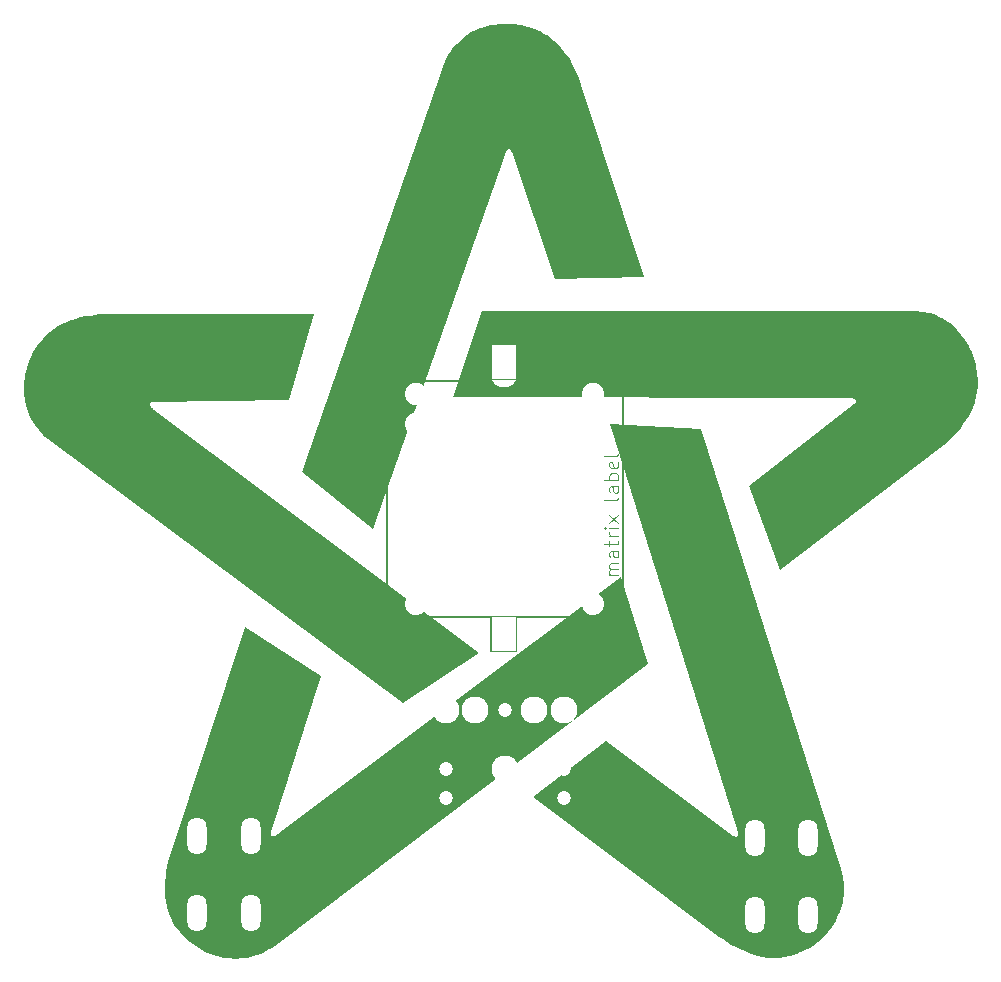
<source format=gto>
G04 #@! TF.GenerationSoftware,KiCad,Pcbnew,9.0.0*
G04 #@! TF.CreationDate,2025-03-28T10:35:15+01:00*
G04 #@! TF.ProjectId,Blinkenstar,426c696e-6b65-46e7-9374-61722e6b6963,rev?*
G04 #@! TF.SameCoordinates,Original*
G04 #@! TF.FileFunction,Legend,Top*
G04 #@! TF.FilePolarity,Positive*
%FSLAX46Y46*%
G04 Gerber Fmt 4.6, Leading zero omitted, Abs format (unit mm)*
G04 Created by KiCad (PCBNEW 9.0.0) date 2025-03-28 10:35:15*
%MOMM*%
%LPD*%
G01*
G04 APERTURE LIST*
G04 Aperture macros list*
%AMRoundRect*
0 Rectangle with rounded corners*
0 $1 Rounding radius*
0 $2 $3 $4 $5 $6 $7 $8 $9 X,Y pos of 4 corners*
0 Add a 4 corners polygon primitive as box body*
4,1,4,$2,$3,$4,$5,$6,$7,$8,$9,$2,$3,0*
0 Add four circle primitives for the rounded corners*
1,1,$1+$1,$2,$3*
1,1,$1+$1,$4,$5*
1,1,$1+$1,$6,$7*
1,1,$1+$1,$8,$9*
0 Add four rect primitives between the rounded corners*
20,1,$1+$1,$2,$3,$4,$5,0*
20,1,$1+$1,$4,$5,$6,$7,0*
20,1,$1+$1,$6,$7,$8,$9,0*
20,1,$1+$1,$8,$9,$2,$3,0*%
G04 Aperture macros list end*
%ADD10C,0.406400*%
%ADD11C,0.000000*%
%ADD12C,0.254000*%
%ADD13C,0.101600*%
%ADD14C,0.127000*%
%ADD15C,0.182880*%
%ADD16C,1.879600*%
%ADD17C,2.286000*%
%ADD18RoundRect,0.050800X1.092200X1.500000X-1.092200X1.500000X-1.092200X-1.500000X1.092200X-1.500000X0*%
%ADD19RoundRect,0.050800X-1.092200X-1.500000X1.092200X-1.500000X1.092200X1.500000X-1.092200X1.500000X0*%
%ADD20O,1.625600X3.149600*%
%ADD21C,1.727200*%
%ADD22C,1.200000*%
G04 APERTURE END LIST*
D10*
X107262219Y-105461300D02*
X105857600Y-105461300D01*
X105857600Y-105461300D02*
X106129379Y-105171740D01*
X123846505Y-104577381D02*
G75*
G02*
X123322013Y-104577381I-262246J0D01*
G01*
X123322013Y-104577381D02*
G75*
G02*
X123846505Y-104577381I262246J0D01*
G01*
X121592900Y-105562900D02*
X121592900Y-105288581D01*
X122774000Y-104935518D02*
X122774000Y-105537500D01*
X121643700Y-105562900D02*
X121592900Y-105562900D01*
D11*
G36*
X115065124Y-49212576D02*
G01*
X115211557Y-49217881D01*
X115358485Y-49226474D01*
X115505848Y-49238381D01*
X115653588Y-49253624D01*
X115801647Y-49272229D01*
X115949966Y-49294219D01*
X116098487Y-49319618D01*
X116247152Y-49348449D01*
X116395902Y-49380737D01*
X116544679Y-49416507D01*
X116693424Y-49455780D01*
X116842080Y-49498583D01*
X116990587Y-49544938D01*
X117138888Y-49594870D01*
X117353712Y-49674663D01*
X117561550Y-49761374D01*
X117762551Y-49854767D01*
X117956864Y-49954602D01*
X118144638Y-50060643D01*
X118326022Y-50172651D01*
X118501166Y-50290389D01*
X118670219Y-50413620D01*
X118990648Y-50675606D01*
X119288503Y-50956707D01*
X119564976Y-51255023D01*
X119821261Y-51568650D01*
X120058552Y-51895688D01*
X120278042Y-52234233D01*
X120480925Y-52582385D01*
X120668393Y-52938241D01*
X120841642Y-53299900D01*
X121001863Y-53665459D01*
X121150250Y-54033017D01*
X121287997Y-54400672D01*
X126568710Y-70659117D01*
X119021676Y-70791301D01*
X115371151Y-60035166D01*
X115358880Y-60009610D01*
X115344017Y-59982494D01*
X115323758Y-59950111D01*
X115298422Y-59915680D01*
X115268324Y-59882421D01*
X115233784Y-59853553D01*
X115214946Y-59841771D01*
X115195117Y-59832295D01*
X115174335Y-59825525D01*
X115152641Y-59821866D01*
X115130074Y-59821718D01*
X115106673Y-59825485D01*
X115082480Y-59833568D01*
X115057532Y-59846371D01*
X115031870Y-59864296D01*
X115005533Y-59887745D01*
X114978561Y-59917120D01*
X114950995Y-59952823D01*
X114922872Y-59995259D01*
X114894234Y-60044827D01*
X114865119Y-60101932D01*
X114835568Y-60166975D01*
X114805619Y-60240359D01*
X114775314Y-60322486D01*
X103627572Y-91973466D01*
X97592599Y-87198979D01*
X109668234Y-52616288D01*
X109740083Y-52423781D01*
X109819567Y-52236026D01*
X110000648Y-51875097D01*
X110209895Y-51534143D01*
X110445728Y-51213805D01*
X110706566Y-50914728D01*
X110990828Y-50637553D01*
X111296933Y-50382922D01*
X111623300Y-50151478D01*
X111968348Y-49943863D01*
X112330497Y-49760720D01*
X112708165Y-49602691D01*
X113099772Y-49470418D01*
X113503737Y-49364545D01*
X113918479Y-49285712D01*
X114342417Y-49234564D01*
X114773971Y-49211741D01*
X114773971Y-49211740D01*
X114919242Y-49210537D01*
X115065124Y-49212576D01*
G37*
D10*
X121242381Y-105613700D02*
X121242381Y-104935518D01*
D12*
X117219034Y-78260440D02*
G75*
G02*
X116807528Y-78260440I-205753J0D01*
G01*
X116807528Y-78260440D02*
G75*
G02*
X117219034Y-78260440I205753J0D01*
G01*
D10*
X106129379Y-105171740D02*
X106642460Y-105212381D01*
X122774000Y-105537500D02*
X121643700Y-105537500D01*
D11*
G36*
X149797210Y-73557260D02*
G01*
X150067043Y-73580659D01*
X150332954Y-73619193D01*
X150594609Y-73672479D01*
X150851674Y-73740138D01*
X151103815Y-73821789D01*
X151350698Y-73917050D01*
X151591989Y-74025540D01*
X151827354Y-74146880D01*
X152056460Y-74280687D01*
X152278973Y-74426582D01*
X152494557Y-74584182D01*
X152702881Y-74753108D01*
X152903609Y-74932978D01*
X153096408Y-75123411D01*
X153280944Y-75324028D01*
X153456883Y-75534445D01*
X153623891Y-75754284D01*
X153781634Y-75983163D01*
X153929779Y-76220701D01*
X154067990Y-76466517D01*
X154195936Y-76720230D01*
X154313280Y-76981460D01*
X154419691Y-77249825D01*
X154514832Y-77524945D01*
X154598372Y-77806438D01*
X154669976Y-78093925D01*
X154729309Y-78387024D01*
X154776039Y-78685353D01*
X154809830Y-78988533D01*
X154830350Y-79296183D01*
X154837264Y-79607920D01*
X154832761Y-79837004D01*
X154819433Y-80061769D01*
X154797553Y-80282278D01*
X154767393Y-80498594D01*
X154729226Y-80710777D01*
X154683325Y-80918892D01*
X154629962Y-81123001D01*
X154569409Y-81323165D01*
X154501940Y-81519448D01*
X154427827Y-81711911D01*
X154347342Y-81900618D01*
X154260758Y-82085630D01*
X154168347Y-82267010D01*
X154070383Y-82444821D01*
X153858883Y-82789984D01*
X153628439Y-83121617D01*
X153381230Y-83440221D01*
X153119439Y-83746295D01*
X152845244Y-84040337D01*
X152560827Y-84322848D01*
X152268369Y-84594328D01*
X151970050Y-84855274D01*
X151668051Y-85106187D01*
X138061129Y-95455528D01*
X135449301Y-88369139D01*
X144400997Y-81379490D01*
X144420948Y-81359457D01*
X144441497Y-81336465D01*
X144465195Y-81306643D01*
X144489116Y-81271357D01*
X144510335Y-81231974D01*
X144525925Y-81189859D01*
X144530695Y-81168204D01*
X144532961Y-81146379D01*
X144532358Y-81124553D01*
X144528518Y-81102898D01*
X144521077Y-81081584D01*
X144509670Y-81060783D01*
X144493929Y-81040665D01*
X144473490Y-81021400D01*
X144447987Y-81003160D01*
X144417055Y-80986114D01*
X144380326Y-80970435D01*
X144337437Y-80956293D01*
X144288020Y-80943857D01*
X144231711Y-80933300D01*
X144168143Y-80924792D01*
X144096952Y-80918503D01*
X144017770Y-80914604D01*
X143930233Y-80913267D01*
X110377340Y-80817973D01*
X112893368Y-73549375D01*
X149523788Y-73549375D01*
X149797210Y-73557260D01*
G37*
D10*
X106241138Y-104912659D02*
X107282538Y-104912659D01*
X106642460Y-105212381D02*
X106642460Y-105161581D01*
X121242381Y-104935518D02*
X122774000Y-104935518D01*
X108433787Y-104518962D02*
G75*
G02*
X107909295Y-104518962I-262246J0D01*
G01*
X107909295Y-104518962D02*
G75*
G02*
X108433787Y-104518962I262246J0D01*
G01*
D11*
G36*
X126880001Y-103458970D02*
G01*
X95308810Y-127264439D01*
X95068580Y-127435790D01*
X94822095Y-127592427D01*
X94569870Y-127734434D01*
X94312423Y-127861900D01*
X94050272Y-127974910D01*
X93783933Y-128073551D01*
X93513923Y-128157909D01*
X93240759Y-128228072D01*
X92964958Y-128284125D01*
X92687037Y-128326155D01*
X92407514Y-128354249D01*
X92126905Y-128368493D01*
X91845728Y-128368974D01*
X91564498Y-128355778D01*
X91283734Y-128328991D01*
X91003953Y-128288701D01*
X90725671Y-128234994D01*
X90449405Y-128167956D01*
X90175673Y-128087674D01*
X89904991Y-127994235D01*
X89637877Y-127887724D01*
X89374848Y-127768229D01*
X89116420Y-127635836D01*
X88863111Y-127490631D01*
X88615437Y-127332702D01*
X88373916Y-127162134D01*
X88139064Y-126979014D01*
X87911400Y-126783429D01*
X87691439Y-126575465D01*
X87479699Y-126355209D01*
X87276697Y-126122747D01*
X87082949Y-125878166D01*
X86948783Y-125692617D01*
X86824829Y-125504773D01*
X86710813Y-125314758D01*
X86606463Y-125122700D01*
X86511507Y-124928724D01*
X86425672Y-124732959D01*
X86280274Y-124336561D01*
X86168088Y-123934517D01*
X86086933Y-123527840D01*
X86034627Y-123117541D01*
X86008990Y-122704631D01*
X86007840Y-122290122D01*
X86028996Y-121875025D01*
X86070276Y-121460352D01*
X86129501Y-121047114D01*
X86204488Y-120636323D01*
X86293056Y-120228990D01*
X86393024Y-119826127D01*
X86502212Y-119428746D01*
X92759603Y-100301133D01*
X99192697Y-104404441D01*
X95014047Y-117682701D01*
X95008783Y-117711699D01*
X95004760Y-117743455D01*
X95002081Y-117782721D01*
X95002451Y-117826503D01*
X95007574Y-117871806D01*
X95012450Y-117894092D01*
X95019154Y-117915635D01*
X95027898Y-117936061D01*
X95038896Y-117954995D01*
X95052359Y-117972062D01*
X95068503Y-117986890D01*
X95087538Y-117999102D01*
X95109679Y-118008325D01*
X95135139Y-118014185D01*
X95164130Y-118016307D01*
X95196865Y-118014316D01*
X95233559Y-118007838D01*
X95274422Y-117996500D01*
X95319670Y-117979926D01*
X95369513Y-117957742D01*
X95424167Y-117929574D01*
X95483843Y-117895047D01*
X95548755Y-117853787D01*
X95619116Y-117805420D01*
X95695138Y-117749571D01*
X124668771Y-96017149D01*
X126880001Y-103458970D01*
G37*
D10*
X121592900Y-105288581D02*
X122621600Y-105288581D01*
X121529400Y-105613700D02*
X121242381Y-105613700D01*
X107282538Y-104912659D02*
X107262219Y-105461300D01*
D11*
G36*
X98617135Y-73806935D02*
G01*
X96529293Y-81083903D01*
X85006899Y-81218986D01*
X84978376Y-81222660D01*
X84947569Y-81228315D01*
X84910042Y-81237459D01*
X84869026Y-81250800D01*
X84827753Y-81269048D01*
X84808030Y-81280232D01*
X84789454Y-81292909D01*
X84772431Y-81307166D01*
X84757363Y-81323092D01*
X84744655Y-81340776D01*
X84734711Y-81360306D01*
X84727934Y-81381770D01*
X84724729Y-81405258D01*
X84725500Y-81430857D01*
X84730650Y-81458656D01*
X84740584Y-81488744D01*
X84755706Y-81521210D01*
X84776419Y-81556141D01*
X84803127Y-81593626D01*
X84836236Y-81633754D01*
X84876148Y-81676613D01*
X84923267Y-81722293D01*
X84977998Y-81770880D01*
X85040744Y-81822464D01*
X85111910Y-81877134D01*
X112597054Y-102466575D01*
X106191244Y-106759025D01*
X76121761Y-84362461D01*
X75902051Y-84189073D01*
X75694562Y-84005432D01*
X75499342Y-83812048D01*
X75316436Y-83609430D01*
X75145889Y-83398088D01*
X74987748Y-83178533D01*
X74842057Y-82951273D01*
X74708863Y-82716819D01*
X74588212Y-82475680D01*
X74480149Y-82228366D01*
X74384720Y-81975386D01*
X74301970Y-81717251D01*
X74231946Y-81454469D01*
X74174693Y-81187551D01*
X74130257Y-80917007D01*
X74098683Y-80643346D01*
X74080017Y-80367078D01*
X74074305Y-80088713D01*
X74081593Y-79808759D01*
X74101926Y-79527728D01*
X74135350Y-79246129D01*
X74181911Y-78964471D01*
X74241654Y-78683264D01*
X74314625Y-78403018D01*
X74400871Y-78124243D01*
X74500436Y-77847448D01*
X74613366Y-77573143D01*
X74739708Y-77301838D01*
X74879506Y-77034042D01*
X75032807Y-76770266D01*
X75199656Y-76511018D01*
X75380099Y-76256810D01*
X75520797Y-76075504D01*
X75666152Y-75903103D01*
X75815979Y-75739389D01*
X75970090Y-75584140D01*
X76290420Y-75298163D01*
X76625647Y-75043416D01*
X76974278Y-74818140D01*
X77334819Y-74620579D01*
X77705776Y-74448976D01*
X78085656Y-74301575D01*
X78472965Y-74176617D01*
X78866209Y-74072346D01*
X79263895Y-73987004D01*
X79664528Y-73918836D01*
X80066616Y-73866083D01*
X80468663Y-73826989D01*
X80869178Y-73799797D01*
X81266665Y-73782749D01*
X98617135Y-73806935D01*
G37*
D10*
X122621600Y-105288581D02*
X122621600Y-105336840D01*
X105801719Y-105387640D02*
X106241138Y-104912659D01*
D11*
G36*
X131404171Y-83496366D02*
G01*
X143267843Y-120816459D01*
X143348961Y-121097424D01*
X143414138Y-121379429D01*
X143463628Y-121662018D01*
X143497686Y-121944737D01*
X143516565Y-122227131D01*
X143520521Y-122508744D01*
X143509807Y-122789123D01*
X143484678Y-123067811D01*
X143445389Y-123344353D01*
X143392193Y-123618296D01*
X143325345Y-123889183D01*
X143245099Y-124156560D01*
X143151710Y-124419972D01*
X143045432Y-124678964D01*
X142926519Y-124933080D01*
X142795226Y-125181866D01*
X142651808Y-125424867D01*
X142496517Y-125661627D01*
X142329609Y-125891693D01*
X142151339Y-126114608D01*
X141961959Y-126329918D01*
X141761726Y-126537168D01*
X141550893Y-126735902D01*
X141329714Y-126925666D01*
X141098444Y-127106005D01*
X140857337Y-127276464D01*
X140606648Y-127436587D01*
X140346631Y-127585921D01*
X140077540Y-127724009D01*
X139799630Y-127850397D01*
X139513154Y-127964629D01*
X139218368Y-128066252D01*
X138998532Y-128130842D01*
X138779940Y-128185159D01*
X138562622Y-128229499D01*
X138346607Y-128264157D01*
X138131927Y-128289429D01*
X137918610Y-128305610D01*
X137706685Y-128312997D01*
X137496184Y-128311883D01*
X137287135Y-128302566D01*
X137079568Y-128285341D01*
X136669000Y-128228347D01*
X136264717Y-128143266D01*
X135866958Y-128032463D01*
X135475960Y-127898301D01*
X135091961Y-127743147D01*
X134715198Y-127569363D01*
X134345911Y-127379314D01*
X133984336Y-127175366D01*
X133630711Y-126959882D01*
X133285274Y-126735226D01*
X132948263Y-126503764D01*
X117181686Y-114657041D01*
X123332418Y-109902604D01*
X134147054Y-117964335D01*
X134172689Y-117978821D01*
X134201343Y-117993065D01*
X134237544Y-118008543D01*
X134279032Y-118022680D01*
X134323549Y-118032899D01*
X134368834Y-118036627D01*
X134391060Y-118035251D01*
X134412631Y-118031287D01*
X134433264Y-118024412D01*
X134452678Y-118014304D01*
X134470591Y-118000642D01*
X134486719Y-117983104D01*
X134500780Y-117961367D01*
X134512493Y-117935110D01*
X134521574Y-117904011D01*
X134527741Y-117867747D01*
X134530712Y-117825998D01*
X134530205Y-117778441D01*
X134525937Y-117724754D01*
X134517626Y-117664615D01*
X134504989Y-117597703D01*
X134487745Y-117523695D01*
X134465610Y-117442269D01*
X134438302Y-117353105D01*
X123659628Y-83133903D01*
X131404171Y-83496366D01*
G37*
D10*
X121643700Y-105537500D02*
X121643700Y-105562900D01*
D13*
X124401726Y-95904967D02*
X123622792Y-95904967D01*
X123734068Y-95904967D02*
X123678430Y-95849329D01*
X123678430Y-95849329D02*
X123622792Y-95738053D01*
X123622792Y-95738053D02*
X123622792Y-95571138D01*
X123622792Y-95571138D02*
X123678430Y-95459862D01*
X123678430Y-95459862D02*
X123789707Y-95404224D01*
X123789707Y-95404224D02*
X124401726Y-95404224D01*
X123789707Y-95404224D02*
X123678430Y-95348586D01*
X123678430Y-95348586D02*
X123622792Y-95237310D01*
X123622792Y-95237310D02*
X123622792Y-95070396D01*
X123622792Y-95070396D02*
X123678430Y-94959119D01*
X123678430Y-94959119D02*
X123789707Y-94903481D01*
X123789707Y-94903481D02*
X124401726Y-94903481D01*
X124401726Y-93846357D02*
X123789707Y-93846357D01*
X123789707Y-93846357D02*
X123678430Y-93901995D01*
X123678430Y-93901995D02*
X123622792Y-94013271D01*
X123622792Y-94013271D02*
X123622792Y-94235824D01*
X123622792Y-94235824D02*
X123678430Y-94347100D01*
X124346088Y-93846357D02*
X124401726Y-93957633D01*
X124401726Y-93957633D02*
X124401726Y-94235824D01*
X124401726Y-94235824D02*
X124346088Y-94347100D01*
X124346088Y-94347100D02*
X124234811Y-94402738D01*
X124234811Y-94402738D02*
X124123535Y-94402738D01*
X124123535Y-94402738D02*
X124012259Y-94347100D01*
X124012259Y-94347100D02*
X123956621Y-94235824D01*
X123956621Y-94235824D02*
X123956621Y-93957633D01*
X123956621Y-93957633D02*
X123900983Y-93846357D01*
X123622792Y-93456890D02*
X123622792Y-93011786D01*
X123233326Y-93289976D02*
X124234811Y-93289976D01*
X124234811Y-93289976D02*
X124346088Y-93234338D01*
X124346088Y-93234338D02*
X124401726Y-93123062D01*
X124401726Y-93123062D02*
X124401726Y-93011786D01*
X124401726Y-92622319D02*
X123622792Y-92622319D01*
X123845345Y-92622319D02*
X123734068Y-92566681D01*
X123734068Y-92566681D02*
X123678430Y-92511043D01*
X123678430Y-92511043D02*
X123622792Y-92399767D01*
X123622792Y-92399767D02*
X123622792Y-92288490D01*
X124401726Y-91899024D02*
X123622792Y-91899024D01*
X123233326Y-91899024D02*
X123288964Y-91954662D01*
X123288964Y-91954662D02*
X123344602Y-91899024D01*
X123344602Y-91899024D02*
X123288964Y-91843386D01*
X123288964Y-91843386D02*
X123233326Y-91899024D01*
X123233326Y-91899024D02*
X123344602Y-91899024D01*
X124401726Y-91453919D02*
X123622792Y-90841900D01*
X123622792Y-91453919D02*
X124401726Y-90841900D01*
X124401726Y-89339671D02*
X124346088Y-89450947D01*
X124346088Y-89450947D02*
X124234811Y-89506585D01*
X124234811Y-89506585D02*
X123233326Y-89506585D01*
X124401726Y-88393823D02*
X123789707Y-88393823D01*
X123789707Y-88393823D02*
X123678430Y-88449461D01*
X123678430Y-88449461D02*
X123622792Y-88560737D01*
X123622792Y-88560737D02*
X123622792Y-88783290D01*
X123622792Y-88783290D02*
X123678430Y-88894566D01*
X124346088Y-88393823D02*
X124401726Y-88505099D01*
X124401726Y-88505099D02*
X124401726Y-88783290D01*
X124401726Y-88783290D02*
X124346088Y-88894566D01*
X124346088Y-88894566D02*
X124234811Y-88950204D01*
X124234811Y-88950204D02*
X124123535Y-88950204D01*
X124123535Y-88950204D02*
X124012259Y-88894566D01*
X124012259Y-88894566D02*
X123956621Y-88783290D01*
X123956621Y-88783290D02*
X123956621Y-88505099D01*
X123956621Y-88505099D02*
X123900983Y-88393823D01*
X124401726Y-87837442D02*
X123233326Y-87837442D01*
X123678430Y-87837442D02*
X123622792Y-87726166D01*
X123622792Y-87726166D02*
X123622792Y-87503613D01*
X123622792Y-87503613D02*
X123678430Y-87392337D01*
X123678430Y-87392337D02*
X123734068Y-87336699D01*
X123734068Y-87336699D02*
X123845345Y-87281061D01*
X123845345Y-87281061D02*
X124179173Y-87281061D01*
X124179173Y-87281061D02*
X124290449Y-87336699D01*
X124290449Y-87336699D02*
X124346088Y-87392337D01*
X124346088Y-87392337D02*
X124401726Y-87503613D01*
X124401726Y-87503613D02*
X124401726Y-87726166D01*
X124401726Y-87726166D02*
X124346088Y-87837442D01*
X124346088Y-86335213D02*
X124401726Y-86446489D01*
X124401726Y-86446489D02*
X124401726Y-86669042D01*
X124401726Y-86669042D02*
X124346088Y-86780318D01*
X124346088Y-86780318D02*
X124234811Y-86835956D01*
X124234811Y-86835956D02*
X123789707Y-86835956D01*
X123789707Y-86835956D02*
X123678430Y-86780318D01*
X123678430Y-86780318D02*
X123622792Y-86669042D01*
X123622792Y-86669042D02*
X123622792Y-86446489D01*
X123622792Y-86446489D02*
X123678430Y-86335213D01*
X123678430Y-86335213D02*
X123789707Y-86279575D01*
X123789707Y-86279575D02*
X123900983Y-86279575D01*
X123900983Y-86279575D02*
X124012259Y-86835956D01*
X124401726Y-85611918D02*
X124346088Y-85723194D01*
X124346088Y-85723194D02*
X124234811Y-85778832D01*
X124234811Y-85778832D02*
X123233326Y-85778832D01*
D14*
X104794055Y-79436459D02*
X124794055Y-79436459D01*
X104794055Y-99436459D02*
X104794055Y-79436459D01*
X124794055Y-79436459D02*
X124794055Y-99436459D01*
X124794055Y-99436459D02*
X104794055Y-99436459D01*
%LPC*%
D15*
X123294486Y-108023260D02*
X123294486Y-107291740D01*
X123642829Y-108023260D02*
X123642829Y-107291740D01*
X123642829Y-107291740D02*
X124060840Y-108023260D01*
X124060840Y-108023260D02*
X124060840Y-107291740D01*
X125210372Y-107640083D02*
X124966532Y-107640083D01*
X124966532Y-108023260D02*
X124966532Y-107291740D01*
X124966532Y-107291740D02*
X125314875Y-107291740D01*
X125558715Y-107814254D02*
X125907058Y-107814254D01*
X125489046Y-108023260D02*
X125732886Y-107291740D01*
X125732886Y-107291740D02*
X125976726Y-108023260D01*
X126220566Y-108023260D02*
X126220566Y-107291740D01*
X126986920Y-108023260D02*
X126743080Y-107674917D01*
X126568909Y-108023260D02*
X126568909Y-107291740D01*
X126568909Y-107291740D02*
X126847583Y-107291740D01*
X126847583Y-107291740D02*
X126917252Y-107326574D01*
X126917252Y-107326574D02*
X126952086Y-107361408D01*
X126952086Y-107361408D02*
X126986920Y-107431077D01*
X126986920Y-107431077D02*
X126986920Y-107535580D01*
X126986920Y-107535580D02*
X126952086Y-107605248D01*
X126952086Y-107605248D02*
X126917252Y-107640083D01*
X126917252Y-107640083D02*
X126847583Y-107674917D01*
X126847583Y-107674917D02*
X126568909Y-107674917D01*
X127439766Y-107674917D02*
X127439766Y-108023260D01*
X127195926Y-107291740D02*
X127439766Y-107674917D01*
X127439766Y-107674917D02*
X127683606Y-107291740D01*
X127927446Y-108023260D02*
X127927446Y-107291740D01*
X127927446Y-107291740D02*
X128101617Y-107291740D01*
X128101617Y-107291740D02*
X128206120Y-107326574D01*
X128206120Y-107326574D02*
X128275789Y-107396243D01*
X128275789Y-107396243D02*
X128310623Y-107465911D01*
X128310623Y-107465911D02*
X128345457Y-107605248D01*
X128345457Y-107605248D02*
X128345457Y-107709751D01*
X128345457Y-107709751D02*
X128310623Y-107849088D01*
X128310623Y-107849088D02*
X128275789Y-107918757D01*
X128275789Y-107918757D02*
X128206120Y-107988426D01*
X128206120Y-107988426D02*
X128101617Y-108023260D01*
X128101617Y-108023260D02*
X127927446Y-108023260D01*
X128658966Y-107291740D02*
X128658966Y-107883923D01*
X128658966Y-107883923D02*
X128693800Y-107953591D01*
X128693800Y-107953591D02*
X128728635Y-107988426D01*
X128728635Y-107988426D02*
X128798303Y-108023260D01*
X128798303Y-108023260D02*
X128937640Y-108023260D01*
X128937640Y-108023260D02*
X129007309Y-107988426D01*
X129007309Y-107988426D02*
X129042143Y-107953591D01*
X129042143Y-107953591D02*
X129076977Y-107883923D01*
X129076977Y-107883923D02*
X129076977Y-107291740D01*
X129390486Y-107988426D02*
X129494989Y-108023260D01*
X129494989Y-108023260D02*
X129669160Y-108023260D01*
X129669160Y-108023260D02*
X129738829Y-107988426D01*
X129738829Y-107988426D02*
X129773663Y-107953591D01*
X129773663Y-107953591D02*
X129808497Y-107883923D01*
X129808497Y-107883923D02*
X129808497Y-107814254D01*
X129808497Y-107814254D02*
X129773663Y-107744586D01*
X129773663Y-107744586D02*
X129738829Y-107709751D01*
X129738829Y-107709751D02*
X129669160Y-107674917D01*
X129669160Y-107674917D02*
X129529823Y-107640083D01*
X129529823Y-107640083D02*
X129460154Y-107605248D01*
X129460154Y-107605248D02*
X129425320Y-107570414D01*
X129425320Y-107570414D02*
X129390486Y-107500746D01*
X129390486Y-107500746D02*
X129390486Y-107431077D01*
X129390486Y-107431077D02*
X129425320Y-107361408D01*
X129425320Y-107361408D02*
X129460154Y-107326574D01*
X129460154Y-107326574D02*
X129529823Y-107291740D01*
X129529823Y-107291740D02*
X129703994Y-107291740D01*
X129703994Y-107291740D02*
X129808497Y-107326574D01*
X130017503Y-107291740D02*
X130435515Y-107291740D01*
X130226509Y-108023260D02*
X130226509Y-107291740D01*
X123224817Y-108469446D02*
X123398989Y-109200966D01*
X123398989Y-109200966D02*
X123538326Y-108678452D01*
X123538326Y-108678452D02*
X123677663Y-109200966D01*
X123677663Y-109200966D02*
X123851835Y-108469446D01*
X124130509Y-108817789D02*
X124374349Y-108817789D01*
X124478852Y-109200966D02*
X124130509Y-109200966D01*
X124130509Y-109200966D02*
X124130509Y-108469446D01*
X124130509Y-108469446D02*
X124478852Y-108469446D01*
X125245206Y-108469446D02*
X125663218Y-108469446D01*
X125454212Y-109200966D02*
X125454212Y-108469446D01*
X126325069Y-109200966D02*
X126081229Y-108852623D01*
X125907058Y-109200966D02*
X125907058Y-108469446D01*
X125907058Y-108469446D02*
X126185732Y-108469446D01*
X126185732Y-108469446D02*
X126255401Y-108504280D01*
X126255401Y-108504280D02*
X126290235Y-108539114D01*
X126290235Y-108539114D02*
X126325069Y-108608783D01*
X126325069Y-108608783D02*
X126325069Y-108713286D01*
X126325069Y-108713286D02*
X126290235Y-108782954D01*
X126290235Y-108782954D02*
X126255401Y-108817789D01*
X126255401Y-108817789D02*
X126185732Y-108852623D01*
X126185732Y-108852623D02*
X125907058Y-108852623D01*
X126638578Y-108469446D02*
X126638578Y-109061629D01*
X126638578Y-109061629D02*
X126673412Y-109131297D01*
X126673412Y-109131297D02*
X126708247Y-109166132D01*
X126708247Y-109166132D02*
X126777915Y-109200966D01*
X126777915Y-109200966D02*
X126917252Y-109200966D01*
X126917252Y-109200966D02*
X126986921Y-109166132D01*
X126986921Y-109166132D02*
X127021755Y-109131297D01*
X127021755Y-109131297D02*
X127056589Y-109061629D01*
X127056589Y-109061629D02*
X127056589Y-108469446D01*
X127370098Y-109166132D02*
X127474601Y-109200966D01*
X127474601Y-109200966D02*
X127648772Y-109200966D01*
X127648772Y-109200966D02*
X127718441Y-109166132D01*
X127718441Y-109166132D02*
X127753275Y-109131297D01*
X127753275Y-109131297D02*
X127788109Y-109061629D01*
X127788109Y-109061629D02*
X127788109Y-108991960D01*
X127788109Y-108991960D02*
X127753275Y-108922292D01*
X127753275Y-108922292D02*
X127718441Y-108887457D01*
X127718441Y-108887457D02*
X127648772Y-108852623D01*
X127648772Y-108852623D02*
X127509435Y-108817789D01*
X127509435Y-108817789D02*
X127439766Y-108782954D01*
X127439766Y-108782954D02*
X127404932Y-108748120D01*
X127404932Y-108748120D02*
X127370098Y-108678452D01*
X127370098Y-108678452D02*
X127370098Y-108608783D01*
X127370098Y-108608783D02*
X127404932Y-108539114D01*
X127404932Y-108539114D02*
X127439766Y-108504280D01*
X127439766Y-108504280D02*
X127509435Y-108469446D01*
X127509435Y-108469446D02*
X127683606Y-108469446D01*
X127683606Y-108469446D02*
X127788109Y-108504280D01*
X127997115Y-108469446D02*
X128415127Y-108469446D01*
X128206121Y-109200966D02*
X128206121Y-108469446D01*
X128658967Y-109131297D02*
X128693801Y-109166132D01*
X128693801Y-109166132D02*
X128658967Y-109200966D01*
X128658967Y-109200966D02*
X128624133Y-109166132D01*
X128624133Y-109166132D02*
X128658967Y-109131297D01*
X128658967Y-109131297D02*
X128658967Y-109200966D01*
X129007310Y-109131297D02*
X129042144Y-109166132D01*
X129042144Y-109166132D02*
X129007310Y-109200966D01*
X129007310Y-109200966D02*
X128972476Y-109166132D01*
X128972476Y-109166132D02*
X129007310Y-109131297D01*
X129007310Y-109131297D02*
X129007310Y-109200966D01*
D16*
X122294055Y-98326459D03*
X122294055Y-95786459D03*
X122294055Y-93246459D03*
X122294055Y-90706459D03*
X122294055Y-88166459D03*
X122294055Y-85626459D03*
X122294055Y-83086459D03*
X122294055Y-80546459D03*
X107294055Y-80546459D03*
X107294055Y-83086459D03*
X107294055Y-85626459D03*
X107294055Y-88166459D03*
X107294055Y-90706459D03*
X107294055Y-93246459D03*
X107294055Y-95786459D03*
X107294055Y-98326459D03*
D17*
X114705155Y-78880577D03*
X114705155Y-99880577D03*
D18*
X114705155Y-77880577D03*
D19*
X114705155Y-100880577D03*
D20*
X135977855Y-118146559D03*
X135977855Y-124648959D03*
X140499055Y-118146559D03*
X140499055Y-124648959D03*
D21*
X133060000Y-82130000D03*
X133060000Y-84670000D03*
X135600000Y-82130000D03*
X135600000Y-84670000D03*
X138140000Y-82130000D03*
X138140000Y-84670000D03*
D22*
X109794055Y-114796459D03*
X119794055Y-114796459D03*
X109794055Y-112296459D03*
X119794055Y-112296459D03*
X114794055Y-107296459D03*
D17*
X119794055Y-107296459D03*
X117294055Y-107296459D03*
X114794055Y-112296459D03*
X109794055Y-107296459D03*
X112294055Y-107296459D03*
D20*
X88767255Y-117997759D03*
X88767255Y-124500159D03*
X93288455Y-117997759D03*
X93288455Y-124500159D03*
%LPD*%
M02*

</source>
